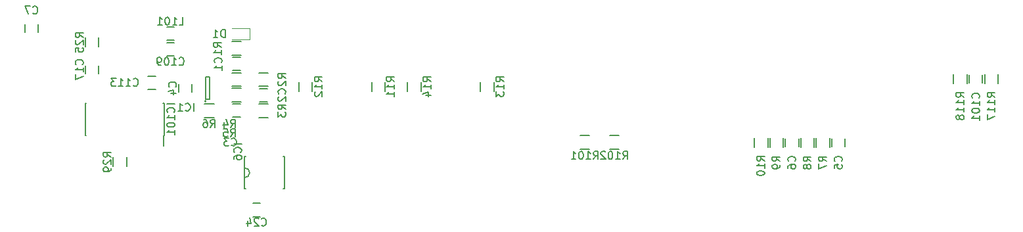
<source format=gbo>
G04 #@! TF.GenerationSoftware,KiCad,Pcbnew,(5.1.0-0)*
G04 #@! TF.CreationDate,2020-01-03T12:25:20+01:00*
G04 #@! TF.ProjectId,AddOnA,4164644f-6e41-42e6-9b69-6361645f7063,rev?*
G04 #@! TF.SameCoordinates,Original*
G04 #@! TF.FileFunction,Legend,Bot*
G04 #@! TF.FilePolarity,Positive*
%FSLAX46Y46*%
G04 Gerber Fmt 4.6, Leading zero omitted, Abs format (unit mm)*
G04 Created by KiCad (PCBNEW (5.1.0-0)) date 2020-01-03 12:25:20*
%MOMM*%
%LPD*%
G04 APERTURE LIST*
%ADD10C,0.150000*%
%ADD11C,0.120000*%
G04 APERTURE END LIST*
D10*
X86175000Y78100000D02*
X86175000Y79300000D01*
X84425000Y79300000D02*
X84425000Y78100000D01*
X95575000Y78100000D02*
X95575000Y79300000D01*
X93825000Y79300000D02*
X93825000Y78100000D01*
X72175000Y78100000D02*
X72175000Y79300000D01*
X70425000Y79300000D02*
X70425000Y78100000D01*
X81575000Y78100000D02*
X81575000Y79300000D01*
X79825000Y79300000D02*
X79825000Y78100000D01*
X129125000Y72100000D02*
X129125000Y70900000D01*
X130875000Y70900000D02*
X130875000Y72100000D01*
X131125000Y72100000D02*
X131125000Y70900000D01*
X132875000Y70900000D02*
X132875000Y72100000D01*
X135125000Y72100000D02*
X135125000Y70900000D01*
X136875000Y70900000D02*
X136875000Y72100000D01*
X137125000Y72100000D02*
X137125000Y70900000D01*
X138875000Y70900000D02*
X138875000Y72100000D01*
X36850000Y86700000D02*
X36850000Y85700000D01*
X35150000Y85700000D02*
X35150000Y86700000D01*
X133150000Y71000000D02*
X133150000Y72000000D01*
X134850000Y72000000D02*
X134850000Y71000000D01*
X139150000Y71000000D02*
X139150000Y72000000D01*
X140850000Y72000000D02*
X140850000Y71000000D01*
X107900000Y72375000D02*
X106700000Y72375000D01*
X106700000Y70625000D02*
X107900000Y70625000D01*
X110500000Y70625000D02*
X111700000Y70625000D01*
X111700000Y72375000D02*
X110500000Y72375000D01*
X156850000Y79200000D02*
X156850000Y80200000D01*
X158550000Y80200000D02*
X158550000Y79200000D01*
X54400000Y82650000D02*
X53400000Y82650000D01*
X53400000Y84350000D02*
X54400000Y84350000D01*
X52000000Y78350000D02*
X51000000Y78350000D01*
X51000000Y80050000D02*
X52000000Y80050000D01*
X54400000Y84650000D02*
X53400000Y84650000D01*
X53400000Y86350000D02*
X54400000Y86350000D01*
X160575000Y79100000D02*
X160575000Y80300000D01*
X158825000Y80300000D02*
X158825000Y79100000D01*
X154825000Y80300000D02*
X154825000Y79100000D01*
X156575000Y79100000D02*
X156575000Y80300000D01*
X61900000Y82450000D02*
X62900000Y82450000D01*
X62900000Y80750000D02*
X61900000Y80750000D01*
X65400000Y78450000D02*
X66400000Y78450000D01*
X66400000Y76750000D02*
X65400000Y76750000D01*
X62900000Y74750000D02*
X61900000Y74750000D01*
X61900000Y76450000D02*
X62900000Y76450000D01*
X54950000Y78000000D02*
X54950000Y79000000D01*
X56650000Y79000000D02*
X56650000Y78000000D01*
D11*
X61787500Y86235000D02*
X64072500Y86235000D01*
X64072500Y86235000D02*
X64072500Y84765000D01*
X64072500Y84765000D02*
X61787500Y84765000D01*
D10*
X58500000Y76800000D02*
G75*
G03X58500000Y76800000I-100000J0D01*
G01*
X58950000Y77050000D02*
X58450000Y77050000D01*
X58950000Y79950000D02*
X58950000Y77050000D01*
X58450000Y79950000D02*
X58950000Y79950000D01*
X58450000Y77050000D02*
X58450000Y79950000D01*
X53075000Y72425000D02*
X53050000Y72425000D01*
X53075000Y76575000D02*
X52970000Y76575000D01*
X42925000Y76575000D02*
X43030000Y76575000D01*
X42925000Y72425000D02*
X43030000Y72425000D01*
X53075000Y72425000D02*
X53075000Y76575000D01*
X42925000Y72425000D02*
X42925000Y76575000D01*
X53050000Y72425000D02*
X53050000Y71050000D01*
X63000000Y84475000D02*
X61800000Y84475000D01*
X61800000Y82725000D02*
X63000000Y82725000D01*
X65300000Y78725000D02*
X66500000Y78725000D01*
X66500000Y80475000D02*
X65300000Y80475000D01*
X66500000Y76475000D02*
X65300000Y76475000D01*
X65300000Y74725000D02*
X66500000Y74725000D01*
X63000000Y80475000D02*
X61800000Y80475000D01*
X61800000Y78725000D02*
X63000000Y78725000D01*
X61800000Y76725000D02*
X63000000Y76725000D01*
X63000000Y78475000D02*
X61800000Y78475000D01*
X59500000Y76475000D02*
X58300000Y76475000D01*
X58300000Y74725000D02*
X59500000Y74725000D01*
X44650000Y81400000D02*
X44650000Y80400000D01*
X42950000Y80400000D02*
X42950000Y81400000D01*
X44675000Y83800000D02*
X44675000Y85000000D01*
X42925000Y85000000D02*
X42925000Y83800000D01*
X64500000Y63650000D02*
X65500000Y63650000D01*
X65500000Y61950000D02*
X64500000Y61950000D01*
X63460000Y68235000D02*
G75*
G02X63460000Y66965000I0J-635000D01*
G01*
X63425000Y69675000D02*
X63570000Y69675000D01*
X63425000Y65525000D02*
X63570000Y65525000D01*
X68575000Y65525000D02*
X68430000Y65525000D01*
X68575000Y69675000D02*
X68430000Y69675000D01*
X63425000Y69675000D02*
X63425000Y65525000D01*
X68575000Y69675000D02*
X68575000Y65525000D01*
X48275000Y68400000D02*
X48275000Y69600000D01*
X46525000Y69600000D02*
X46525000Y68400000D01*
X87452380Y79342857D02*
X86976190Y79676190D01*
X87452380Y79914285D02*
X86452380Y79914285D01*
X86452380Y79533333D01*
X86500000Y79438095D01*
X86547619Y79390476D01*
X86642857Y79342857D01*
X86785714Y79342857D01*
X86880952Y79390476D01*
X86928571Y79438095D01*
X86976190Y79533333D01*
X86976190Y79914285D01*
X87452380Y78390476D02*
X87452380Y78961904D01*
X87452380Y78676190D02*
X86452380Y78676190D01*
X86595238Y78771428D01*
X86690476Y78866666D01*
X86738095Y78961904D01*
X86785714Y77533333D02*
X87452380Y77533333D01*
X86404761Y77771428D02*
X87119047Y78009523D01*
X87119047Y77390476D01*
X96852380Y79342857D02*
X96376190Y79676190D01*
X96852380Y79914285D02*
X95852380Y79914285D01*
X95852380Y79533333D01*
X95900000Y79438095D01*
X95947619Y79390476D01*
X96042857Y79342857D01*
X96185714Y79342857D01*
X96280952Y79390476D01*
X96328571Y79438095D01*
X96376190Y79533333D01*
X96376190Y79914285D01*
X96852380Y78390476D02*
X96852380Y78961904D01*
X96852380Y78676190D02*
X95852380Y78676190D01*
X95995238Y78771428D01*
X96090476Y78866666D01*
X96138095Y78961904D01*
X95852380Y78057142D02*
X95852380Y77438095D01*
X96233333Y77771428D01*
X96233333Y77628571D01*
X96280952Y77533333D01*
X96328571Y77485714D01*
X96423809Y77438095D01*
X96661904Y77438095D01*
X96757142Y77485714D01*
X96804761Y77533333D01*
X96852380Y77628571D01*
X96852380Y77914285D01*
X96804761Y78009523D01*
X96757142Y78057142D01*
X73452380Y79342857D02*
X72976190Y79676190D01*
X73452380Y79914285D02*
X72452380Y79914285D01*
X72452380Y79533333D01*
X72500000Y79438095D01*
X72547619Y79390476D01*
X72642857Y79342857D01*
X72785714Y79342857D01*
X72880952Y79390476D01*
X72928571Y79438095D01*
X72976190Y79533333D01*
X72976190Y79914285D01*
X73452380Y78390476D02*
X73452380Y78961904D01*
X73452380Y78676190D02*
X72452380Y78676190D01*
X72595238Y78771428D01*
X72690476Y78866666D01*
X72738095Y78961904D01*
X72547619Y78009523D02*
X72500000Y77961904D01*
X72452380Y77866666D01*
X72452380Y77628571D01*
X72500000Y77533333D01*
X72547619Y77485714D01*
X72642857Y77438095D01*
X72738095Y77438095D01*
X72880952Y77485714D01*
X73452380Y78057142D01*
X73452380Y77438095D01*
X82752380Y79342857D02*
X82276190Y79676190D01*
X82752380Y79914285D02*
X81752380Y79914285D01*
X81752380Y79533333D01*
X81800000Y79438095D01*
X81847619Y79390476D01*
X81942857Y79342857D01*
X82085714Y79342857D01*
X82180952Y79390476D01*
X82228571Y79438095D01*
X82276190Y79533333D01*
X82276190Y79914285D01*
X82752380Y78390476D02*
X82752380Y78961904D01*
X82752380Y78676190D02*
X81752380Y78676190D01*
X81895238Y78771428D01*
X81990476Y78866666D01*
X82038095Y78961904D01*
X82752380Y77438095D02*
X82752380Y78009523D01*
X82752380Y77723809D02*
X81752380Y77723809D01*
X81895238Y77819047D01*
X81990476Y77914285D01*
X82038095Y78009523D01*
X130452380Y69142857D02*
X129976190Y69476190D01*
X130452380Y69714285D02*
X129452380Y69714285D01*
X129452380Y69333333D01*
X129500000Y69238095D01*
X129547619Y69190476D01*
X129642857Y69142857D01*
X129785714Y69142857D01*
X129880952Y69190476D01*
X129928571Y69238095D01*
X129976190Y69333333D01*
X129976190Y69714285D01*
X130452380Y68190476D02*
X130452380Y68761904D01*
X130452380Y68476190D02*
X129452380Y68476190D01*
X129595238Y68571428D01*
X129690476Y68666666D01*
X129738095Y68761904D01*
X129452380Y67571428D02*
X129452380Y67476190D01*
X129500000Y67380952D01*
X129547619Y67333333D01*
X129642857Y67285714D01*
X129833333Y67238095D01*
X130071428Y67238095D01*
X130261904Y67285714D01*
X130357142Y67333333D01*
X130404761Y67380952D01*
X130452380Y67476190D01*
X130452380Y67571428D01*
X130404761Y67666666D01*
X130357142Y67714285D01*
X130261904Y67761904D01*
X130071428Y67809523D01*
X129833333Y67809523D01*
X129642857Y67761904D01*
X129547619Y67714285D01*
X129500000Y67666666D01*
X129452380Y67571428D01*
X132452380Y69066666D02*
X131976190Y69400000D01*
X132452380Y69638095D02*
X131452380Y69638095D01*
X131452380Y69257142D01*
X131500000Y69161904D01*
X131547619Y69114285D01*
X131642857Y69066666D01*
X131785714Y69066666D01*
X131880952Y69114285D01*
X131928571Y69161904D01*
X131976190Y69257142D01*
X131976190Y69638095D01*
X132452380Y68590476D02*
X132452380Y68400000D01*
X132404761Y68304761D01*
X132357142Y68257142D01*
X132214285Y68161904D01*
X132023809Y68114285D01*
X131642857Y68114285D01*
X131547619Y68161904D01*
X131500000Y68209523D01*
X131452380Y68304761D01*
X131452380Y68495238D01*
X131500000Y68590476D01*
X131547619Y68638095D01*
X131642857Y68685714D01*
X131880952Y68685714D01*
X131976190Y68638095D01*
X132023809Y68590476D01*
X132071428Y68495238D01*
X132071428Y68304761D01*
X132023809Y68209523D01*
X131976190Y68161904D01*
X131880952Y68114285D01*
X136452380Y69066666D02*
X135976190Y69400000D01*
X136452380Y69638095D02*
X135452380Y69638095D01*
X135452380Y69257142D01*
X135500000Y69161904D01*
X135547619Y69114285D01*
X135642857Y69066666D01*
X135785714Y69066666D01*
X135880952Y69114285D01*
X135928571Y69161904D01*
X135976190Y69257142D01*
X135976190Y69638095D01*
X135880952Y68495238D02*
X135833333Y68590476D01*
X135785714Y68638095D01*
X135690476Y68685714D01*
X135642857Y68685714D01*
X135547619Y68638095D01*
X135500000Y68590476D01*
X135452380Y68495238D01*
X135452380Y68304761D01*
X135500000Y68209523D01*
X135547619Y68161904D01*
X135642857Y68114285D01*
X135690476Y68114285D01*
X135785714Y68161904D01*
X135833333Y68209523D01*
X135880952Y68304761D01*
X135880952Y68495238D01*
X135928571Y68590476D01*
X135976190Y68638095D01*
X136071428Y68685714D01*
X136261904Y68685714D01*
X136357142Y68638095D01*
X136404761Y68590476D01*
X136452380Y68495238D01*
X136452380Y68304761D01*
X136404761Y68209523D01*
X136357142Y68161904D01*
X136261904Y68114285D01*
X136071428Y68114285D01*
X135976190Y68161904D01*
X135928571Y68209523D01*
X135880952Y68304761D01*
X138452380Y69066666D02*
X137976190Y69400000D01*
X138452380Y69638095D02*
X137452380Y69638095D01*
X137452380Y69257142D01*
X137500000Y69161904D01*
X137547619Y69114285D01*
X137642857Y69066666D01*
X137785714Y69066666D01*
X137880952Y69114285D01*
X137928571Y69161904D01*
X137976190Y69257142D01*
X137976190Y69638095D01*
X137452380Y68733333D02*
X137452380Y68066666D01*
X138452380Y68495238D01*
X36166666Y88142857D02*
X36214285Y88095238D01*
X36357142Y88047619D01*
X36452380Y88047619D01*
X36595238Y88095238D01*
X36690476Y88190476D01*
X36738095Y88285714D01*
X36785714Y88476190D01*
X36785714Y88619047D01*
X36738095Y88809523D01*
X36690476Y88904761D01*
X36595238Y89000000D01*
X36452380Y89047619D01*
X36357142Y89047619D01*
X36214285Y89000000D01*
X36166666Y88952380D01*
X35833333Y89047619D02*
X35166666Y89047619D01*
X35595238Y88047619D01*
X134357142Y69066666D02*
X134404761Y69114285D01*
X134452380Y69257142D01*
X134452380Y69352380D01*
X134404761Y69495238D01*
X134309523Y69590476D01*
X134214285Y69638095D01*
X134023809Y69685714D01*
X133880952Y69685714D01*
X133690476Y69638095D01*
X133595238Y69590476D01*
X133500000Y69495238D01*
X133452380Y69352380D01*
X133452380Y69257142D01*
X133500000Y69114285D01*
X133547619Y69066666D01*
X133452380Y68209523D02*
X133452380Y68400000D01*
X133500000Y68495238D01*
X133547619Y68542857D01*
X133690476Y68638095D01*
X133880952Y68685714D01*
X134261904Y68685714D01*
X134357142Y68638095D01*
X134404761Y68590476D01*
X134452380Y68495238D01*
X134452380Y68304761D01*
X134404761Y68209523D01*
X134357142Y68161904D01*
X134261904Y68114285D01*
X134023809Y68114285D01*
X133928571Y68161904D01*
X133880952Y68209523D01*
X133833333Y68304761D01*
X133833333Y68495238D01*
X133880952Y68590476D01*
X133928571Y68638095D01*
X134023809Y68685714D01*
X140357142Y69066666D02*
X140404761Y69114285D01*
X140452380Y69257142D01*
X140452380Y69352380D01*
X140404761Y69495238D01*
X140309523Y69590476D01*
X140214285Y69638095D01*
X140023809Y69685714D01*
X139880952Y69685714D01*
X139690476Y69638095D01*
X139595238Y69590476D01*
X139500000Y69495238D01*
X139452380Y69352380D01*
X139452380Y69257142D01*
X139500000Y69114285D01*
X139547619Y69066666D01*
X139452380Y68161904D02*
X139452380Y68638095D01*
X139928571Y68685714D01*
X139880952Y68638095D01*
X139833333Y68542857D01*
X139833333Y68304761D01*
X139880952Y68209523D01*
X139928571Y68161904D01*
X140023809Y68114285D01*
X140261904Y68114285D01*
X140357142Y68161904D01*
X140404761Y68209523D01*
X140452380Y68304761D01*
X140452380Y68542857D01*
X140404761Y68638095D01*
X140357142Y68685714D01*
X108419047Y69347619D02*
X108752380Y69823809D01*
X108990476Y69347619D02*
X108990476Y70347619D01*
X108609523Y70347619D01*
X108514285Y70300000D01*
X108466666Y70252380D01*
X108419047Y70157142D01*
X108419047Y70014285D01*
X108466666Y69919047D01*
X108514285Y69871428D01*
X108609523Y69823809D01*
X108990476Y69823809D01*
X107466666Y69347619D02*
X108038095Y69347619D01*
X107752380Y69347619D02*
X107752380Y70347619D01*
X107847619Y70204761D01*
X107942857Y70109523D01*
X108038095Y70061904D01*
X106847619Y70347619D02*
X106752380Y70347619D01*
X106657142Y70300000D01*
X106609523Y70252380D01*
X106561904Y70157142D01*
X106514285Y69966666D01*
X106514285Y69728571D01*
X106561904Y69538095D01*
X106609523Y69442857D01*
X106657142Y69395238D01*
X106752380Y69347619D01*
X106847619Y69347619D01*
X106942857Y69395238D01*
X106990476Y69442857D01*
X107038095Y69538095D01*
X107085714Y69728571D01*
X107085714Y69966666D01*
X107038095Y70157142D01*
X106990476Y70252380D01*
X106942857Y70300000D01*
X106847619Y70347619D01*
X105561904Y69347619D02*
X106133333Y69347619D01*
X105847619Y69347619D02*
X105847619Y70347619D01*
X105942857Y70204761D01*
X106038095Y70109523D01*
X106133333Y70061904D01*
X112219047Y69347619D02*
X112552380Y69823809D01*
X112790476Y69347619D02*
X112790476Y70347619D01*
X112409523Y70347619D01*
X112314285Y70300000D01*
X112266666Y70252380D01*
X112219047Y70157142D01*
X112219047Y70014285D01*
X112266666Y69919047D01*
X112314285Y69871428D01*
X112409523Y69823809D01*
X112790476Y69823809D01*
X111266666Y69347619D02*
X111838095Y69347619D01*
X111552380Y69347619D02*
X111552380Y70347619D01*
X111647619Y70204761D01*
X111742857Y70109523D01*
X111838095Y70061904D01*
X110647619Y70347619D02*
X110552380Y70347619D01*
X110457142Y70300000D01*
X110409523Y70252380D01*
X110361904Y70157142D01*
X110314285Y69966666D01*
X110314285Y69728571D01*
X110361904Y69538095D01*
X110409523Y69442857D01*
X110457142Y69395238D01*
X110552380Y69347619D01*
X110647619Y69347619D01*
X110742857Y69395238D01*
X110790476Y69442857D01*
X110838095Y69538095D01*
X110885714Y69728571D01*
X110885714Y69966666D01*
X110838095Y70157142D01*
X110790476Y70252380D01*
X110742857Y70300000D01*
X110647619Y70347619D01*
X109933333Y70252380D02*
X109885714Y70300000D01*
X109790476Y70347619D01*
X109552380Y70347619D01*
X109457142Y70300000D01*
X109409523Y70252380D01*
X109361904Y70157142D01*
X109361904Y70061904D01*
X109409523Y69919047D01*
X109980952Y69347619D01*
X109361904Y69347619D01*
X158057142Y77219047D02*
X158104761Y77266666D01*
X158152380Y77409523D01*
X158152380Y77504761D01*
X158104761Y77647619D01*
X158009523Y77742857D01*
X157914285Y77790476D01*
X157723809Y77838095D01*
X157580952Y77838095D01*
X157390476Y77790476D01*
X157295238Y77742857D01*
X157200000Y77647619D01*
X157152380Y77504761D01*
X157152380Y77409523D01*
X157200000Y77266666D01*
X157247619Y77219047D01*
X158152380Y76266666D02*
X158152380Y76838095D01*
X158152380Y76552380D02*
X157152380Y76552380D01*
X157295238Y76647619D01*
X157390476Y76742857D01*
X157438095Y76838095D01*
X157152380Y75647619D02*
X157152380Y75552380D01*
X157200000Y75457142D01*
X157247619Y75409523D01*
X157342857Y75361904D01*
X157533333Y75314285D01*
X157771428Y75314285D01*
X157961904Y75361904D01*
X158057142Y75409523D01*
X158104761Y75457142D01*
X158152380Y75552380D01*
X158152380Y75647619D01*
X158104761Y75742857D01*
X158057142Y75790476D01*
X157961904Y75838095D01*
X157771428Y75885714D01*
X157533333Y75885714D01*
X157342857Y75838095D01*
X157247619Y75790476D01*
X157200000Y75742857D01*
X157152380Y75647619D01*
X158152380Y74361904D02*
X158152380Y74933333D01*
X158152380Y74647619D02*
X157152380Y74647619D01*
X157295238Y74742857D01*
X157390476Y74838095D01*
X157438095Y74933333D01*
X55019047Y81542857D02*
X55066666Y81495238D01*
X55209523Y81447619D01*
X55304761Y81447619D01*
X55447619Y81495238D01*
X55542857Y81590476D01*
X55590476Y81685714D01*
X55638095Y81876190D01*
X55638095Y82019047D01*
X55590476Y82209523D01*
X55542857Y82304761D01*
X55447619Y82400000D01*
X55304761Y82447619D01*
X55209523Y82447619D01*
X55066666Y82400000D01*
X55019047Y82352380D01*
X54066666Y81447619D02*
X54638095Y81447619D01*
X54352380Y81447619D02*
X54352380Y82447619D01*
X54447619Y82304761D01*
X54542857Y82209523D01*
X54638095Y82161904D01*
X53447619Y82447619D02*
X53352380Y82447619D01*
X53257142Y82400000D01*
X53209523Y82352380D01*
X53161904Y82257142D01*
X53114285Y82066666D01*
X53114285Y81828571D01*
X53161904Y81638095D01*
X53209523Y81542857D01*
X53257142Y81495238D01*
X53352380Y81447619D01*
X53447619Y81447619D01*
X53542857Y81495238D01*
X53590476Y81542857D01*
X53638095Y81638095D01*
X53685714Y81828571D01*
X53685714Y82066666D01*
X53638095Y82257142D01*
X53590476Y82352380D01*
X53542857Y82400000D01*
X53447619Y82447619D01*
X52638095Y81447619D02*
X52447619Y81447619D01*
X52352380Y81495238D01*
X52304761Y81542857D01*
X52209523Y81685714D01*
X52161904Y81876190D01*
X52161904Y82257142D01*
X52209523Y82352380D01*
X52257142Y82400000D01*
X52352380Y82447619D01*
X52542857Y82447619D01*
X52638095Y82400000D01*
X52685714Y82352380D01*
X52733333Y82257142D01*
X52733333Y82019047D01*
X52685714Y81923809D01*
X52638095Y81876190D01*
X52542857Y81828571D01*
X52352380Y81828571D01*
X52257142Y81876190D01*
X52209523Y81923809D01*
X52161904Y82019047D01*
X49119047Y78842857D02*
X49166666Y78795238D01*
X49309523Y78747619D01*
X49404761Y78747619D01*
X49547619Y78795238D01*
X49642857Y78890476D01*
X49690476Y78985714D01*
X49738095Y79176190D01*
X49738095Y79319047D01*
X49690476Y79509523D01*
X49642857Y79604761D01*
X49547619Y79700000D01*
X49404761Y79747619D01*
X49309523Y79747619D01*
X49166666Y79700000D01*
X49119047Y79652380D01*
X48166666Y78747619D02*
X48738095Y78747619D01*
X48452380Y78747619D02*
X48452380Y79747619D01*
X48547619Y79604761D01*
X48642857Y79509523D01*
X48738095Y79461904D01*
X47214285Y78747619D02*
X47785714Y78747619D01*
X47500000Y78747619D02*
X47500000Y79747619D01*
X47595238Y79604761D01*
X47690476Y79509523D01*
X47785714Y79461904D01*
X46880952Y79747619D02*
X46261904Y79747619D01*
X46595238Y79366666D01*
X46452380Y79366666D01*
X46357142Y79319047D01*
X46309523Y79271428D01*
X46261904Y79176190D01*
X46261904Y78938095D01*
X46309523Y78842857D01*
X46357142Y78795238D01*
X46452380Y78747619D01*
X46738095Y78747619D01*
X46833333Y78795238D01*
X46880952Y78842857D01*
X55019047Y86647619D02*
X55495238Y86647619D01*
X55495238Y87647619D01*
X54161904Y86647619D02*
X54733333Y86647619D01*
X54447619Y86647619D02*
X54447619Y87647619D01*
X54542857Y87504761D01*
X54638095Y87409523D01*
X54733333Y87361904D01*
X53542857Y87647619D02*
X53447619Y87647619D01*
X53352380Y87600000D01*
X53304761Y87552380D01*
X53257142Y87457142D01*
X53209523Y87266666D01*
X53209523Y87028571D01*
X53257142Y86838095D01*
X53304761Y86742857D01*
X53352380Y86695238D01*
X53447619Y86647619D01*
X53542857Y86647619D01*
X53638095Y86695238D01*
X53685714Y86742857D01*
X53733333Y86838095D01*
X53780952Y87028571D01*
X53780952Y87266666D01*
X53733333Y87457142D01*
X53685714Y87552380D01*
X53638095Y87600000D01*
X53542857Y87647619D01*
X52257142Y86647619D02*
X52828571Y86647619D01*
X52542857Y86647619D02*
X52542857Y87647619D01*
X52638095Y87504761D01*
X52733333Y87409523D01*
X52828571Y87361904D01*
X160152380Y77319047D02*
X159676190Y77652380D01*
X160152380Y77890476D02*
X159152380Y77890476D01*
X159152380Y77509523D01*
X159200000Y77414285D01*
X159247619Y77366666D01*
X159342857Y77319047D01*
X159485714Y77319047D01*
X159580952Y77366666D01*
X159628571Y77414285D01*
X159676190Y77509523D01*
X159676190Y77890476D01*
X160152380Y76366666D02*
X160152380Y76938095D01*
X160152380Y76652380D02*
X159152380Y76652380D01*
X159295238Y76747619D01*
X159390476Y76842857D01*
X159438095Y76938095D01*
X160152380Y75414285D02*
X160152380Y75985714D01*
X160152380Y75700000D02*
X159152380Y75700000D01*
X159295238Y75795238D01*
X159390476Y75890476D01*
X159438095Y75985714D01*
X159152380Y75080952D02*
X159152380Y74414285D01*
X160152380Y74842857D01*
X156152380Y77319047D02*
X155676190Y77652380D01*
X156152380Y77890476D02*
X155152380Y77890476D01*
X155152380Y77509523D01*
X155200000Y77414285D01*
X155247619Y77366666D01*
X155342857Y77319047D01*
X155485714Y77319047D01*
X155580952Y77366666D01*
X155628571Y77414285D01*
X155676190Y77509523D01*
X155676190Y77890476D01*
X156152380Y76366666D02*
X156152380Y76938095D01*
X156152380Y76652380D02*
X155152380Y76652380D01*
X155295238Y76747619D01*
X155390476Y76842857D01*
X155438095Y76938095D01*
X156152380Y75414285D02*
X156152380Y75985714D01*
X156152380Y75700000D02*
X155152380Y75700000D01*
X155295238Y75795238D01*
X155390476Y75890476D01*
X155438095Y75985714D01*
X155580952Y74842857D02*
X155533333Y74938095D01*
X155485714Y74985714D01*
X155390476Y75033333D01*
X155342857Y75033333D01*
X155247619Y74985714D01*
X155200000Y74938095D01*
X155152380Y74842857D01*
X155152380Y74652380D01*
X155200000Y74557142D01*
X155247619Y74509523D01*
X155342857Y74461904D01*
X155390476Y74461904D01*
X155485714Y74509523D01*
X155533333Y74557142D01*
X155580952Y74652380D01*
X155580952Y74842857D01*
X155628571Y74938095D01*
X155676190Y74985714D01*
X155771428Y75033333D01*
X155961904Y75033333D01*
X156057142Y74985714D01*
X156104761Y74938095D01*
X156152380Y74842857D01*
X156152380Y74652380D01*
X156104761Y74557142D01*
X156057142Y74509523D01*
X155961904Y74461904D01*
X155771428Y74461904D01*
X155676190Y74509523D01*
X155628571Y74557142D01*
X155580952Y74652380D01*
X60457142Y81766666D02*
X60504761Y81814285D01*
X60552380Y81957142D01*
X60552380Y82052380D01*
X60504761Y82195238D01*
X60409523Y82290476D01*
X60314285Y82338095D01*
X60123809Y82385714D01*
X59980952Y82385714D01*
X59790476Y82338095D01*
X59695238Y82290476D01*
X59600000Y82195238D01*
X59552380Y82052380D01*
X59552380Y81957142D01*
X59600000Y81814285D01*
X59647619Y81766666D01*
X60552380Y80814285D02*
X60552380Y81385714D01*
X60552380Y81100000D02*
X59552380Y81100000D01*
X59695238Y81195238D01*
X59790476Y81290476D01*
X59838095Y81385714D01*
X68657142Y77766666D02*
X68704761Y77814285D01*
X68752380Y77957142D01*
X68752380Y78052380D01*
X68704761Y78195238D01*
X68609523Y78290476D01*
X68514285Y78338095D01*
X68323809Y78385714D01*
X68180952Y78385714D01*
X67990476Y78338095D01*
X67895238Y78290476D01*
X67800000Y78195238D01*
X67752380Y78052380D01*
X67752380Y77957142D01*
X67800000Y77814285D01*
X67847619Y77766666D01*
X67847619Y77385714D02*
X67800000Y77338095D01*
X67752380Y77242857D01*
X67752380Y77004761D01*
X67800000Y76909523D01*
X67847619Y76861904D01*
X67942857Y76814285D01*
X68038095Y76814285D01*
X68180952Y76861904D01*
X68752380Y77433333D01*
X68752380Y76814285D01*
X61766666Y71142857D02*
X61814285Y71095238D01*
X61957142Y71047619D01*
X62052380Y71047619D01*
X62195238Y71095238D01*
X62290476Y71190476D01*
X62338095Y71285714D01*
X62385714Y71476190D01*
X62385714Y71619047D01*
X62338095Y71809523D01*
X62290476Y71904761D01*
X62195238Y72000000D01*
X62052380Y72047619D01*
X61957142Y72047619D01*
X61814285Y72000000D01*
X61766666Y71952380D01*
X61433333Y72047619D02*
X60814285Y72047619D01*
X61147619Y71666666D01*
X61004761Y71666666D01*
X60909523Y71619047D01*
X60861904Y71571428D01*
X60814285Y71476190D01*
X60814285Y71238095D01*
X60861904Y71142857D01*
X60909523Y71095238D01*
X61004761Y71047619D01*
X61290476Y71047619D01*
X61385714Y71095238D01*
X61433333Y71142857D01*
X54557142Y78666666D02*
X54604761Y78714285D01*
X54652380Y78857142D01*
X54652380Y78952380D01*
X54604761Y79095238D01*
X54509523Y79190476D01*
X54414285Y79238095D01*
X54223809Y79285714D01*
X54080952Y79285714D01*
X53890476Y79238095D01*
X53795238Y79190476D01*
X53700000Y79095238D01*
X53652380Y78952380D01*
X53652380Y78857142D01*
X53700000Y78714285D01*
X53747619Y78666666D01*
X53985714Y77809523D02*
X54652380Y77809523D01*
X53604761Y78047619D02*
X54319047Y78285714D01*
X54319047Y77666666D01*
X60938095Y85047619D02*
X60938095Y86047619D01*
X60700000Y86047619D01*
X60557142Y86000000D01*
X60461904Y85904761D01*
X60414285Y85809523D01*
X60366666Y85619047D01*
X60366666Y85476190D01*
X60414285Y85285714D01*
X60461904Y85190476D01*
X60557142Y85095238D01*
X60700000Y85047619D01*
X60938095Y85047619D01*
X59414285Y85047619D02*
X59985714Y85047619D01*
X59700000Y85047619D02*
X59700000Y86047619D01*
X59795238Y85904761D01*
X59890476Y85809523D01*
X59985714Y85761904D01*
X56876190Y75547619D02*
X56876190Y76547619D01*
X55828571Y75642857D02*
X55876190Y75595238D01*
X56019047Y75547619D01*
X56114285Y75547619D01*
X56257142Y75595238D01*
X56352380Y75690476D01*
X56400000Y75785714D01*
X56447619Y75976190D01*
X56447619Y76119047D01*
X56400000Y76309523D01*
X56352380Y76404761D01*
X56257142Y76500000D01*
X56114285Y76547619D01*
X56019047Y76547619D01*
X55876190Y76500000D01*
X55828571Y76452380D01*
X54876190Y75547619D02*
X55447619Y75547619D01*
X55161904Y75547619D02*
X55161904Y76547619D01*
X55257142Y76404761D01*
X55352380Y76309523D01*
X55447619Y76261904D01*
X54452380Y76428571D02*
X53452380Y76428571D01*
X54357142Y75380952D02*
X54404761Y75428571D01*
X54452380Y75571428D01*
X54452380Y75666666D01*
X54404761Y75809523D01*
X54309523Y75904761D01*
X54214285Y75952380D01*
X54023809Y76000000D01*
X53880952Y76000000D01*
X53690476Y75952380D01*
X53595238Y75904761D01*
X53500000Y75809523D01*
X53452380Y75666666D01*
X53452380Y75571428D01*
X53500000Y75428571D01*
X53547619Y75380952D01*
X54452380Y74428571D02*
X54452380Y75000000D01*
X54452380Y74714285D02*
X53452380Y74714285D01*
X53595238Y74809523D01*
X53690476Y74904761D01*
X53738095Y75000000D01*
X53452380Y73809523D02*
X53452380Y73714285D01*
X53500000Y73619047D01*
X53547619Y73571428D01*
X53642857Y73523809D01*
X53833333Y73476190D01*
X54071428Y73476190D01*
X54261904Y73523809D01*
X54357142Y73571428D01*
X54404761Y73619047D01*
X54452380Y73714285D01*
X54452380Y73809523D01*
X54404761Y73904761D01*
X54357142Y73952380D01*
X54261904Y74000000D01*
X54071428Y74047619D01*
X53833333Y74047619D01*
X53642857Y74000000D01*
X53547619Y73952380D01*
X53500000Y73904761D01*
X53452380Y73809523D01*
X54452380Y72523809D02*
X54452380Y73095238D01*
X54452380Y72809523D02*
X53452380Y72809523D01*
X53595238Y72904761D01*
X53690476Y73000000D01*
X53738095Y73095238D01*
X60452380Y83766666D02*
X59976190Y84100000D01*
X60452380Y84338095D02*
X59452380Y84338095D01*
X59452380Y83957142D01*
X59500000Y83861904D01*
X59547619Y83814285D01*
X59642857Y83766666D01*
X59785714Y83766666D01*
X59880952Y83814285D01*
X59928571Y83861904D01*
X59976190Y83957142D01*
X59976190Y84338095D01*
X60452380Y82814285D02*
X60452380Y83385714D01*
X60452380Y83100000D02*
X59452380Y83100000D01*
X59595238Y83195238D01*
X59690476Y83290476D01*
X59738095Y83385714D01*
X68752380Y79766666D02*
X68276190Y80100000D01*
X68752380Y80338095D02*
X67752380Y80338095D01*
X67752380Y79957142D01*
X67800000Y79861904D01*
X67847619Y79814285D01*
X67942857Y79766666D01*
X68085714Y79766666D01*
X68180952Y79814285D01*
X68228571Y79861904D01*
X68276190Y79957142D01*
X68276190Y80338095D01*
X67847619Y79385714D02*
X67800000Y79338095D01*
X67752380Y79242857D01*
X67752380Y79004761D01*
X67800000Y78909523D01*
X67847619Y78861904D01*
X67942857Y78814285D01*
X68038095Y78814285D01*
X68180952Y78861904D01*
X68752380Y79433333D01*
X68752380Y78814285D01*
X68752380Y75766666D02*
X68276190Y76100000D01*
X68752380Y76338095D02*
X67752380Y76338095D01*
X67752380Y75957142D01*
X67800000Y75861904D01*
X67847619Y75814285D01*
X67942857Y75766666D01*
X68085714Y75766666D01*
X68180952Y75814285D01*
X68228571Y75861904D01*
X68276190Y75957142D01*
X68276190Y76338095D01*
X67752380Y75433333D02*
X67752380Y74814285D01*
X68133333Y75147619D01*
X68133333Y75004761D01*
X68180952Y74909523D01*
X68228571Y74861904D01*
X68323809Y74814285D01*
X68561904Y74814285D01*
X68657142Y74861904D01*
X68704761Y74909523D01*
X68752380Y75004761D01*
X68752380Y75290476D01*
X68704761Y75385714D01*
X68657142Y75433333D01*
X61666666Y73447619D02*
X62000000Y73923809D01*
X62238095Y73447619D02*
X62238095Y74447619D01*
X61857142Y74447619D01*
X61761904Y74400000D01*
X61714285Y74352380D01*
X61666666Y74257142D01*
X61666666Y74114285D01*
X61714285Y74019047D01*
X61761904Y73971428D01*
X61857142Y73923809D01*
X62238095Y73923809D01*
X60809523Y74114285D02*
X60809523Y73447619D01*
X61047619Y74495238D02*
X61285714Y73780952D01*
X60666666Y73780952D01*
X61666666Y72247619D02*
X62000000Y72723809D01*
X62238095Y72247619D02*
X62238095Y73247619D01*
X61857142Y73247619D01*
X61761904Y73200000D01*
X61714285Y73152380D01*
X61666666Y73057142D01*
X61666666Y72914285D01*
X61714285Y72819047D01*
X61761904Y72771428D01*
X61857142Y72723809D01*
X62238095Y72723809D01*
X60761904Y73247619D02*
X61238095Y73247619D01*
X61285714Y72771428D01*
X61238095Y72819047D01*
X61142857Y72866666D01*
X60904761Y72866666D01*
X60809523Y72819047D01*
X60761904Y72771428D01*
X60714285Y72676190D01*
X60714285Y72438095D01*
X60761904Y72342857D01*
X60809523Y72295238D01*
X60904761Y72247619D01*
X61142857Y72247619D01*
X61238095Y72295238D01*
X61285714Y72342857D01*
X59066666Y73447619D02*
X59400000Y73923809D01*
X59638095Y73447619D02*
X59638095Y74447619D01*
X59257142Y74447619D01*
X59161904Y74400000D01*
X59114285Y74352380D01*
X59066666Y74257142D01*
X59066666Y74114285D01*
X59114285Y74019047D01*
X59161904Y73971428D01*
X59257142Y73923809D01*
X59638095Y73923809D01*
X58209523Y74447619D02*
X58400000Y74447619D01*
X58495238Y74400000D01*
X58542857Y74352380D01*
X58638095Y74209523D01*
X58685714Y74019047D01*
X58685714Y73638095D01*
X58638095Y73542857D01*
X58590476Y73495238D01*
X58495238Y73447619D01*
X58304761Y73447619D01*
X58209523Y73495238D01*
X58161904Y73542857D01*
X58114285Y73638095D01*
X58114285Y73876190D01*
X58161904Y73971428D01*
X58209523Y74019047D01*
X58304761Y74066666D01*
X58495238Y74066666D01*
X58590476Y74019047D01*
X58638095Y73971428D01*
X58685714Y73876190D01*
X42557142Y81542857D02*
X42604761Y81590476D01*
X42652380Y81733333D01*
X42652380Y81828571D01*
X42604761Y81971428D01*
X42509523Y82066666D01*
X42414285Y82114285D01*
X42223809Y82161904D01*
X42080952Y82161904D01*
X41890476Y82114285D01*
X41795238Y82066666D01*
X41700000Y81971428D01*
X41652380Y81828571D01*
X41652380Y81733333D01*
X41700000Y81590476D01*
X41747619Y81542857D01*
X42652380Y80590476D02*
X42652380Y81161904D01*
X42652380Y80876190D02*
X41652380Y80876190D01*
X41795238Y80971428D01*
X41890476Y81066666D01*
X41938095Y81161904D01*
X41652380Y80257142D02*
X41652380Y79590476D01*
X42652380Y80019047D01*
X42652380Y85042857D02*
X42176190Y85376190D01*
X42652380Y85614285D02*
X41652380Y85614285D01*
X41652380Y85233333D01*
X41700000Y85138095D01*
X41747619Y85090476D01*
X41842857Y85042857D01*
X41985714Y85042857D01*
X42080952Y85090476D01*
X42128571Y85138095D01*
X42176190Y85233333D01*
X42176190Y85614285D01*
X41747619Y84661904D02*
X41700000Y84614285D01*
X41652380Y84519047D01*
X41652380Y84280952D01*
X41700000Y84185714D01*
X41747619Y84138095D01*
X41842857Y84090476D01*
X41938095Y84090476D01*
X42080952Y84138095D01*
X42652380Y84709523D01*
X42652380Y84090476D01*
X41652380Y83185714D02*
X41652380Y83661904D01*
X42128571Y83709523D01*
X42080952Y83661904D01*
X42033333Y83566666D01*
X42033333Y83328571D01*
X42080952Y83233333D01*
X42128571Y83185714D01*
X42223809Y83138095D01*
X42461904Y83138095D01*
X42557142Y83185714D01*
X42604761Y83233333D01*
X42652380Y83328571D01*
X42652380Y83566666D01*
X42604761Y83661904D01*
X42557142Y83709523D01*
X65642857Y60842857D02*
X65690476Y60795238D01*
X65833333Y60747619D01*
X65928571Y60747619D01*
X66071428Y60795238D01*
X66166666Y60890476D01*
X66214285Y60985714D01*
X66261904Y61176190D01*
X66261904Y61319047D01*
X66214285Y61509523D01*
X66166666Y61604761D01*
X66071428Y61700000D01*
X65928571Y61747619D01*
X65833333Y61747619D01*
X65690476Y61700000D01*
X65642857Y61652380D01*
X65261904Y61652380D02*
X65214285Y61700000D01*
X65119047Y61747619D01*
X64880952Y61747619D01*
X64785714Y61700000D01*
X64738095Y61652380D01*
X64690476Y61557142D01*
X64690476Y61461904D01*
X64738095Y61319047D01*
X65309523Y60747619D01*
X64690476Y60747619D01*
X63833333Y61414285D02*
X63833333Y60747619D01*
X64071428Y61795238D02*
X64309523Y61080952D01*
X63690476Y61080952D01*
X63052380Y71276190D02*
X62052380Y71276190D01*
X62957142Y70228571D02*
X63004761Y70276190D01*
X63052380Y70419047D01*
X63052380Y70514285D01*
X63004761Y70657142D01*
X62909523Y70752380D01*
X62814285Y70800000D01*
X62623809Y70847619D01*
X62480952Y70847619D01*
X62290476Y70800000D01*
X62195238Y70752380D01*
X62100000Y70657142D01*
X62052380Y70514285D01*
X62052380Y70419047D01*
X62100000Y70276190D01*
X62147619Y70228571D01*
X62052380Y69371428D02*
X62052380Y69561904D01*
X62100000Y69657142D01*
X62147619Y69704761D01*
X62290476Y69800000D01*
X62480952Y69847619D01*
X62861904Y69847619D01*
X62957142Y69800000D01*
X63004761Y69752380D01*
X63052380Y69657142D01*
X63052380Y69466666D01*
X63004761Y69371428D01*
X62957142Y69323809D01*
X62861904Y69276190D01*
X62623809Y69276190D01*
X62528571Y69323809D01*
X62480952Y69371428D01*
X62433333Y69466666D01*
X62433333Y69657142D01*
X62480952Y69752380D01*
X62528571Y69800000D01*
X62623809Y69847619D01*
X46252380Y69642857D02*
X45776190Y69976190D01*
X46252380Y70214285D02*
X45252380Y70214285D01*
X45252380Y69833333D01*
X45300000Y69738095D01*
X45347619Y69690476D01*
X45442857Y69642857D01*
X45585714Y69642857D01*
X45680952Y69690476D01*
X45728571Y69738095D01*
X45776190Y69833333D01*
X45776190Y70214285D01*
X45347619Y69261904D02*
X45300000Y69214285D01*
X45252380Y69119047D01*
X45252380Y68880952D01*
X45300000Y68785714D01*
X45347619Y68738095D01*
X45442857Y68690476D01*
X45538095Y68690476D01*
X45680952Y68738095D01*
X46252380Y69309523D01*
X46252380Y68690476D01*
X46252380Y68214285D02*
X46252380Y68023809D01*
X46204761Y67928571D01*
X46157142Y67880952D01*
X46014285Y67785714D01*
X45823809Y67738095D01*
X45442857Y67738095D01*
X45347619Y67785714D01*
X45300000Y67833333D01*
X45252380Y67928571D01*
X45252380Y68119047D01*
X45300000Y68214285D01*
X45347619Y68261904D01*
X45442857Y68309523D01*
X45680952Y68309523D01*
X45776190Y68261904D01*
X45823809Y68214285D01*
X45871428Y68119047D01*
X45871428Y67928571D01*
X45823809Y67833333D01*
X45776190Y67785714D01*
X45680952Y67738095D01*
M02*

</source>
